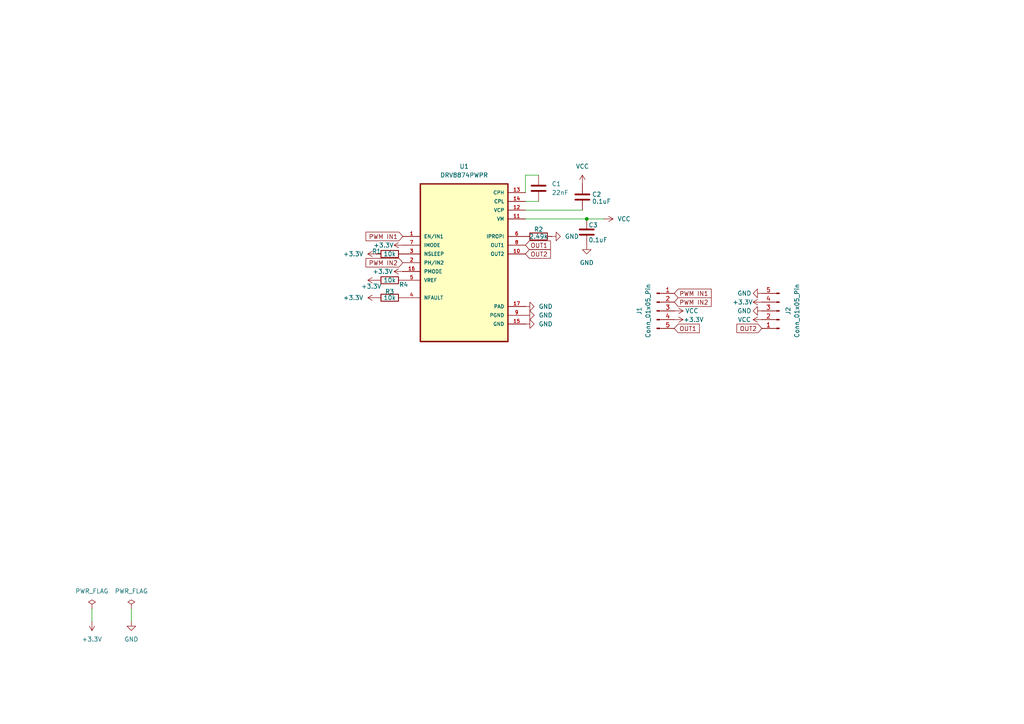
<source format=kicad_sch>
(kicad_sch (version 20250114) (generator "eeschema") (generator_version "9.0")
  (paper "A4")
  (lib_symbols
    (symbol "Connector:Conn_01x05_Pin" (pin_names (offset 1.016) (hide yes))
      (property "Reference" "J" (at 0 7.62 0))
      (property "Value" "Conn_01x05_Pin" (at 0 -7.62 0))
      (symbol "Conn_01x05_Pin_1_1"
        (rectangle (start 0.8636 5.207) (end 0 4.953) (stroke (width 0.1524)) (fill (type outline)))
        (rectangle (start 0.8636 2.667) (end 0 2.413) (stroke (width 0.1524)) (fill (type outline)))
        (rectangle (start 0.8636 0.127) (end 0 -0.127) (stroke (width 0.1524)) (fill (type outline)))
        (rectangle (start 0.8636 -2.413) (end 0 -2.667) (stroke (width 0.1524)) (fill (type outline)))
        (rectangle (start 0.8636 -4.953) (end 0 -5.207) (stroke (width 0.1524)) (fill (type outline)))
        (polyline (pts (xy 1.27 5.08) (xy 0.8636 5.08)) (stroke (width 0.1524)))
        (polyline (pts (xy 1.27 2.54) (xy 0.8636 2.54)) (stroke (width 0.1524)))
        (polyline (pts (xy 1.27 0) (xy 0.8636 0)) (stroke (width 0.1524)))
        (polyline (pts (xy 1.27 -2.54) (xy 0.8636 -2.54)) (stroke (width 0.1524)))
        (polyline (pts (xy 1.27 -5.08) (xy 0.8636 -5.08)) (stroke (width 0.1524)))
        (pin passive line (at 5.08 5.08 180) (length 3.81) (name "Pin_1") (number "1"))
        (pin passive line (at 5.08 2.54 180) (length 3.81) (name "Pin_2") (number "2"))
        (pin passive line (at 5.08 0 180) (length 3.81) (name "Pin_3") (number "3"))
        (pin passive line (at 5.08 -2.54 180) (length 3.81) (name "Pin_4") (number "4"))
        (pin passive line (at 5.08 -5.08 180) (length 3.81) (name "Pin_5") (number "5"))
      )
    )
    (symbol "DRV8874:DRV8874PWPR" (pin_names (offset 1.016))
      (property "Reference" "U" (at -12.7 23.86 0))
      (property "Value" "DRV8874PWPR" (at -12.7 -26.86 0))
      (symbol "DRV8874PWPR_0_0"
        (rectangle (start -12.7 -22.86) (end 12.7 22.86) (stroke (width 0.41)) (fill (type background)))
        (pin input line (at -17.78 7.62 0) (length 5.08) (name "EN/IN1") (number "1"))
        (pin input line (at -17.78 5.08 0) (length 5.08) (name "IMODE") (number "7"))
        (pin input line (at -17.78 2.54 0) (length 5.08) (name "NSLEEP") (number "3"))
        (pin input line (at -17.78 0 0) (length 5.08) (name "PH/IN2") (number "2"))
        (pin input line (at -17.78 -2.54 0) (length 5.08) (name "PMODE") (number "16"))
        (pin input line (at -17.78 -5.08 0) (length 5.08) (name "VREF") (number "5"))
        (pin bidirectional line (at -17.78 -10.16 0) (length 5.08) (name "NFAULT") (number "4"))
        (pin power_in line (at 17.78 20.32 180) (length 5.08) (name "CPH") (number "13"))
        (pin power_in line (at 17.78 17.78 180) (length 5.08) (name "CPL") (number "14"))
        (pin power_in line (at 17.78 15.24 180) (length 5.08) (name "VCP") (number "12"))
        (pin power_in line (at 17.78 12.7 180) (length 5.08) (name "VM") (number "11"))
        (pin output line (at 17.78 7.62 180) (length 5.08) (name "IPROPI") (number "6"))
        (pin output line (at 17.78 5.08 180) (length 5.08) (name "OUT1") (number "8"))
        (pin output line (at 17.78 2.54 180) (length 5.08) (name "OUT2") (number "10"))
        (pin power_in line (at 17.78 -15.24 180) (length 5.08) (name "PGND") (number "9"))
        (pin power_in line (at 17.78 -17.78 180) (length 5.08) (name "GND") (number "15"))
      )
      (symbol "DRV8874PWPR_1_1"
        (pin power_in line (at 17.78 -12.7 180) (length 5.08) (name "PAD") (number "17"))
      )
    )
    (symbol "Device:C" (pin_numbers (hide yes)) (pin_names (offset 0.254))
      (property "Reference" "C" (at 0.635 2.54 0))
      (property "Value" "C" (at 0.635 -2.54 0))
      (symbol "C_0_1"
        (polyline (pts (xy -2.032 0.762) (xy 2.032 0.762)) (stroke (width 0.508)))
        (polyline (pts (xy -2.032 -0.762) (xy 2.032 -0.762)) (stroke (width 0.508)))
      )
      (symbol "C_1_1"
        (pin passive line (at 0 3.81 270) (length 2.794) (name "~") (number "1"))
        (pin passive line (at 0 -3.81 90) (length 2.794) (name "~") (number "2"))
      )
    )
    (symbol "Device:R" (pin_numbers (hide yes)) (pin_names (offset 0))
      (property "Reference" "R" (at 2.032 0 90))
      (property "Value" "R" (at 0 0 90))
      (symbol "R_0_1"
        (rectangle (start -1.016 -2.54) (end 1.016 2.54) (stroke (width 0.254)))
      )
      (symbol "R_1_1"
        (pin passive line (at 0 3.81 270) (length 1.27) (name "~") (number "1"))
        (pin passive line (at 0 -3.81 90) (length 1.27) (name "~") (number "2"))
      )
    )
    (symbol "power:+3.3V" (power) (pin_numbers (hide yes)) (pin_names (offset 0) (hide yes))
      (property "Value" "+3.3V" (at 0 3.556 0))
      (symbol "+3.3V_0_1"
        (polyline (pts (xy -0.762 1.27) (xy 0 2.54)))
        (polyline (pts (xy 0 2.54) (xy 0.762 1.27)))
        (polyline (pts (xy 0 0) (xy 0 2.54)))
      )
      (symbol "+3.3V_1_1"
        (pin power_in line (at 0 0 90) (length 0) (name "~") (number "1"))
      )
    )
    (symbol "power:GND" (power) (pin_numbers (hide yes)) (pin_names (offset 0) (hide yes))
      (property "Value" "GND" (at 0 -3.81 0))
      (symbol "GND_0_1"
        (polyline (pts (xy 0 0) (xy 0 -1.27) (xy 1.27 -1.27) (xy 0 -2.54) (xy -1.27 -1.27) (xy 0 -1.27)))
      )
      (symbol "GND_1_1"
        (pin power_in line (at 0 0 270) (length 0) (name "~") (number "1"))
      )
    )
    (symbol "power:PWR_FLAG" (power) (pin_numbers (hide yes)) (pin_names (offset 0) (hide yes))
      (property "Value" "PWR_FLAG" (at 0 3.81 0))
      (symbol "PWR_FLAG_0_0"
        (pin power_out line (at 0 0 90) (length 0) (name "~") (number "1"))
      )
      (symbol "PWR_FLAG_0_1"
        (polyline (pts (xy 0 0) (xy 0 1.27) (xy -1.016 1.905) (xy 0 2.54) (xy 1.016 1.905) (xy 0 1.27)))
      )
    )
    (symbol "power:VCC" (power) (pin_numbers (hide yes)) (pin_names (offset 0) (hide yes))
      (property "Value" "VCC" (at 0 3.556 0))
      (symbol "VCC_0_1"
        (polyline (pts (xy -0.762 1.27) (xy 0 2.54)))
        (polyline (pts (xy 0 2.54) (xy 0.762 1.27)))
        (polyline (pts (xy 0 0) (xy 0 2.54)))
      )
      (symbol "VCC_1_1"
        (pin power_in line (at 0 0 90) (length 0) (name "~") (number "1"))
      )
    )
  )
  (junction (at 170.18 63.5))
  (wire (pts (xy 38.1 176.53) (xy 38.1 180.34)))
  (wire (pts (xy 152.4 60.96) (xy 168.91 60.96)))
  (wire (pts (xy 170.18 63.5) (xy 152.4 63.5)))
  (wire (pts (xy 170.18 63.5) (xy 175.26 63.5)))
  (wire (pts (xy 152.4 58.42) (xy 156.21 58.42)))
  (wire (pts (xy 152.4 50.8) (xy 156.21 50.8)))
  (wire (pts (xy 26.67 176.53) (xy 26.67 180.34)))
  (wire (pts (xy 152.4 55.88) (xy 152.4 50.8)))
  (global_label "OUT2" (shape input) (at 152.4 73.66 0) (property "Intersheetrefs" "${INTERSHEET_REFS}" (effects (hide yes))))
  (global_label "OUT1" (shape input) (at 195.58 95.25 0) (property "Intersheetrefs" "${INTERSHEET_REFS}" (effects (hide yes))))
  (global_label "PWM IN2" (shape input) (at 195.58 87.63 0) (property "Intersheetrefs" "${INTERSHEET_REFS}" (effects (hide yes))))
  (global_label "PWM IN2" (shape input) (at 116.84 76.2 180) (property "Intersheetrefs" "${INTERSHEET_REFS}" (effects (hide yes))))
  (global_label "OUT1" (shape input) (at 152.4 71.12 0) (property "Intersheetrefs" "${INTERSHEET_REFS}" (effects (hide yes))))
  (global_label "OUT2" (shape input) (at 220.98 95.25 180) (property "Intersheetrefs" "${INTERSHEET_REFS}" (effects (hide yes))))
  (global_label "PWM IN1" (shape input) (at 116.84 68.58 180) (property "Intersheetrefs" "${INTERSHEET_REFS}" (effects (hide yes))))
  (global_label "PWM IN1" (shape input) (at 195.58 85.09 0) (property "Intersheetrefs" "${INTERSHEET_REFS}" (effects (hide yes))))
  (symbol (lib_id "power:+3.3V") (at 109.22 86.36 90) (unit 1)
    (property "Reference" "#PWR012" (effects (hide yes)))
    (property "Value" "+3.3V" (at 105.41 86.3599 90) (effects (justify left)))
    (property "Description" "Power symbol creates a global label with name \"+3.3V\"" (effects (hide yes)))
  )
  (symbol (lib_id "power:+3.3V") (at 109.22 81.28 90) (unit 1)
    (property "Reference" "#PWR014" (effects (hide yes)))
    (property "Value" "+3.3V" (at 107.696 83.058 90))
    (property "Description" "Power symbol creates a global label with name \"+3.3V\"" (effects (hide yes)))
  )
  (symbol (lib_id "power:VCC") (at 175.26 63.5 270) (unit 1)
    (property "Reference" "#PWR05" (effects (hide yes)))
    (property "Value" "VCC" (at 179.07 63.4999 90) (effects (justify left)))
    (property "Description" "Power symbol creates a global label with name \"VCC\"" (effects (hide yes)))
  )
  (symbol (lib_id "power:+3.3V") (at 109.22 73.66 90) (unit 1)
    (property "Reference" "#PWR03" (effects (hide yes)))
    (property "Value" "+3.3V" (at 105.41 73.6599 90) (effects (justify left)))
    (property "Description" "Power symbol creates a global label with name \"+3.3V\"" (effects (hide yes)))
  )
  (symbol (lib_id "power:GND") (at 220.98 85.09 270) (unit 1)
    (property "Reference" "#PWR017" (effects (hide yes)))
    (property "Value" "GND" (at 215.9 85.09 90))
    (property "Description" "Power symbol creates a global label with name \"GND\" , ground" (effects (hide yes)))
  )
  (symbol (lib_id "power:GND") (at 152.4 88.9 90) (unit 1)
    (property "Reference" "#PWR015" (effects (hide yes)))
    (property "Value" "GND" (at 156.21 88.8999 90) (effects (justify right)))
    (property "Description" "Power symbol creates a global label with name \"GND\" , ground" (effects (hide yes)))
  )
  (symbol (lib_id "power:VCC") (at 168.91 53.34 0) (unit 1)
    (property "Reference" "#PWR04" (effects (hide yes)))
    (property "Value" "VCC" (at 168.91 48.26 0))
    (property "Description" "Power symbol creates a global label with name \"VCC\"" (effects (hide yes)))
  )
  (symbol (lib_id "power:+3.3V") (at 195.58 92.71 270) (unit 1)
    (property "Reference" "#PWR022" (effects (hide yes)))
    (property "Value" "+3.3V" (at 201.168 92.71 90))
    (property "Description" "Power symbol creates a global label with name \"+3.3V\"" (effects (hide yes)))
  )
  (symbol (lib_id "Device:R") (at 113.03 81.28 90) (unit 1)
    (property "Reference" "R4" (at 117.094 82.55 90))
    (property "Value" "10k" (at 113.03 81.28 90))
    (property "Footprint" "Resistor_SMD:R_0402_1005Metric" (effects (hide yes)))
    (property "Description" "Resistor" (effects (hide yes)))
  )
  (symbol (lib_id "power:PWR_FLAG") (at 38.1 176.53 0) (unit 1)
    (property "Reference" "#FLG01" (effects (hide yes)))
    (property "Value" "PWR_FLAG" (at 38.1 171.45 0))
    (property "Description" "Special symbol for telling ERC where power comes from" (effects (hide yes)))
  )
  (symbol (lib_id "Device:C") (at 170.18 67.31 0) (unit 1)
    (property "Reference" "C3" (at 170.688 65.278 0) (effects (justify left)))
    (property "Value" "0.1uF" (at 170.688 69.596 0) (effects (justify left)))
    (property "Footprint" "Capacitor_SMD:C_0603_1608Metric" (effects (hide yes)))
    (property "Description" "Unpolarized capacitor" (effects (hide yes)))
  )
  (symbol (lib_id "Device:R") (at 113.03 86.36 90) (unit 1)
    (property "Reference" "R3" (at 113.03 84.582 90))
    (property "Value" "10k" (at 113.03 86.36 90))
    (property "Footprint" "Resistor_SMD:R_0402_1005Metric" (effects (hide yes)))
    (property "Description" "Resistor" (effects (hide yes)))
  )
  (symbol (lib_id "power:VCC") (at 195.58 90.17 270) (unit 1)
    (property "Reference" "#PWR019" (effects (hide yes)))
    (property "Value" "VCC" (at 200.66 90.17 90))
    (property "Description" "Power symbol creates a global label with name \"VCC\"" (effects (hide yes)))
  )
  (symbol (lib_id "Device:R") (at 156.21 68.58 90) (unit 1)
    (property "Reference" "R2" (at 156.21 66.548 90))
    (property "Value" "2.49k" (at 156.21 68.58 90))
    (property "Footprint" "Resistor_SMD:R_0402_1005Metric" (effects (hide yes)))
    (property "Description" "Resistor" (effects (hide yes)))
  )
  (symbol (lib_id "Device:C") (at 168.91 57.15 0) (unit 1)
    (property "Reference" "C2" (at 171.704 56.388 0) (effects (justify left)))
    (property "Value" "0.1uF" (at 171.704 58.42 0) (effects (justify left)))
    (property "Footprint" "Capacitor_SMD:C_0603_1608Metric" (effects (hide yes)))
    (property "Description" "Unpolarized capacitor" (effects (hide yes)))
  )
  (symbol (lib_id "power:+3.3V") (at 116.84 78.74 90) (unit 1)
    (property "Reference" "#PWR07" (effects (hide yes)))
    (property "Value" "+3.3V" (at 110.998 78.74 90))
    (property "Description" "Power symbol creates a global label with name \"+3.3V\"" (effects (hide yes)))
  )
  (symbol (lib_id "Connector:Conn_01x05_Pin") (at 226.06 90.17 180) (unit 1)
    (property "Reference" "J2" (at 228.6 90.17 90))
    (property "Value" "Conn_01x05_Pin" (at 231.14 90.17 90))
    (property "Footprint" "Connector_PinHeader_2.54mm:PinHeader_1x05_P2.54mm_Vertical" (effects (hide yes)))
    (property "Description" "Generic connector, single row, 01x05, script generated" (effects (hide yes)))
  )
  (symbol (lib_id "power:+3.3V") (at 220.98 87.63 90) (unit 1)
    (property "Reference" "#PWR020" (effects (hide yes)))
    (property "Value" "+3.3V" (at 215.392 87.63 90))
    (property "Description" "Power symbol creates a global label with name \"+3.3V\"" (effects (hide yes)))
  )
  (symbol (lib_id "power:GND") (at 220.98 90.17 270) (unit 1)
    (property "Reference" "#PWR021" (effects (hide yes)))
    (property "Value" "GND" (at 215.9 90.17 90))
    (property "Description" "Power symbol creates a global label with name \"GND\" , ground" (effects (hide yes)))
  )
  (symbol (lib_id "power:+3.3V") (at 26.67 180.34 180) (unit 1)
    (property "Reference" "#PWR02" (effects (hide yes)))
    (property "Value" "+3.3V" (at 26.67 185.42 0))
    (property "Description" "Power symbol creates a global label with name \"+3.3V\"" (effects (hide yes)))
  )
  (symbol (lib_id "Device:R") (at 113.03 73.66 90) (unit 1)
    (property "Reference" "R1" (at 109.22 72.898 90))
    (property "Value" "10k" (at 113.03 73.66 90))
    (property "Footprint" "Resistor_SMD:R_0402_1005Metric" (effects (hide yes)))
    (property "Description" "Resistor" (effects (hide yes)))
  )
  (symbol (lib_id "power:GND") (at 152.4 93.98 90) (unit 1)
    (property "Reference" "#PWR011" (effects (hide yes)))
    (property "Value" "GND" (at 156.21 93.9799 90) (effects (justify right)))
    (property "Description" "Power symbol creates a global label with name \"GND\" , ground" (effects (hide yes)))
  )
  (symbol (lib_id "power:GND") (at 152.4 91.44 90) (unit 1)
    (property "Reference" "#PWR010" (effects (hide yes)))
    (property "Value" "GND" (at 156.21 91.4399 90) (effects (justify right)))
    (property "Description" "Power symbol creates a global label with name \"GND\" , ground" (effects (hide yes)))
  )
  (symbol (lib_id "DRV8874:DRV8874PWPR") (at 134.62 76.2 0) (unit 1)
    (property "Reference" "U1" (at 134.62 48.26 0))
    (property "Value" "DRV8874PWPR" (at 134.62 50.8 0))
    (property "Footprint" "Motor Driver IC:DRV8874 IC" (effects (hide yes)))
  )
  (symbol (lib_id "Connector:Conn_01x05_Pin") (at 190.5 90.17 0) (unit 1)
    (property "Reference" "J1" (at 185.42 90.17 90))
    (property "Value" "Conn_01x05_Pin" (at 187.96 90.17 90))
    (property "Footprint" "Connector_PinHeader_2.54mm:PinHeader_1x05_P2.54mm_Vertical" (effects (hide yes)))
    (property "Description" "Generic connector, single row, 01x05, script generated" (effects (hide yes)))
  )
  (symbol (lib_id "power:GND") (at 38.1 180.34 0) (unit 1)
    (property "Reference" "#PWR01" (effects (hide yes)))
    (property "Value" "GND" (at 38.1 185.42 0))
    (property "Description" "Power symbol creates a global label with name \"GND\" , ground" (effects (hide yes)))
  )
  (symbol (lib_id "Device:C") (at 156.21 54.61 0) (unit 1)
    (property "Reference" "C1" (at 160.02 53.3399 0) (effects (justify left)))
    (property "Value" "22nF" (at 160.02 55.8799 0) (effects (justify left)))
    (property "Footprint" "Capacitor_SMD:C_0603_1608Metric" (effects (hide yes)))
    (property "Description" "Unpolarized capacitor" (effects (hide yes)))
  )
  (symbol (lib_id "power:+3.3V") (at 116.84 71.12 90) (unit 1)
    (property "Reference" "#PWR08" (effects (hide yes)))
    (property "Value" "+3.3V" (at 111.252 71.12 90))
    (property "Description" "Power symbol creates a global label with name \"+3.3V\"" (effects (hide yes)))
  )
  (symbol (lib_id "power:PWR_FLAG") (at 26.67 176.53 0) (unit 1)
    (property "Reference" "#FLG02" (effects (hide yes)))
    (property "Value" "PWR_FLAG" (at 26.67 171.45 0))
    (property "Description" "Special symbol for telling ERC where power comes from" (effects (hide yes)))
  )
  (symbol (lib_id "power:GND") (at 160.02 68.58 90) (unit 1)
    (property "Reference" "#PWR06" (effects (hide yes)))
    (property "Value" "GND" (at 163.83 68.5799 90) (effects (justify right)))
    (property "Description" "Power symbol creates a global label with name \"GND\" , ground" (effects (hide yes)))
  )
  (symbol (lib_id "power:GND") (at 170.18 71.12 0) (unit 1)
    (property "Reference" "#PWR013" (effects (hide yes)))
    (property "Value" "GND" (at 170.18 76.2 0))
    (property "Description" "Power symbol creates a global label with name \"GND\" , ground" (effects (hide yes)))
  )
  (symbol (lib_id "power:VCC") (at 220.98 92.71 90) (unit 1)
    (property "Reference" "#PWR018" (effects (hide yes)))
    (property "Value" "VCC" (at 215.9 92.71 90))
    (property "Description" "Power symbol creates a global label with name \"VCC\"" (effects (hide yes)))
  )
)
</source>
